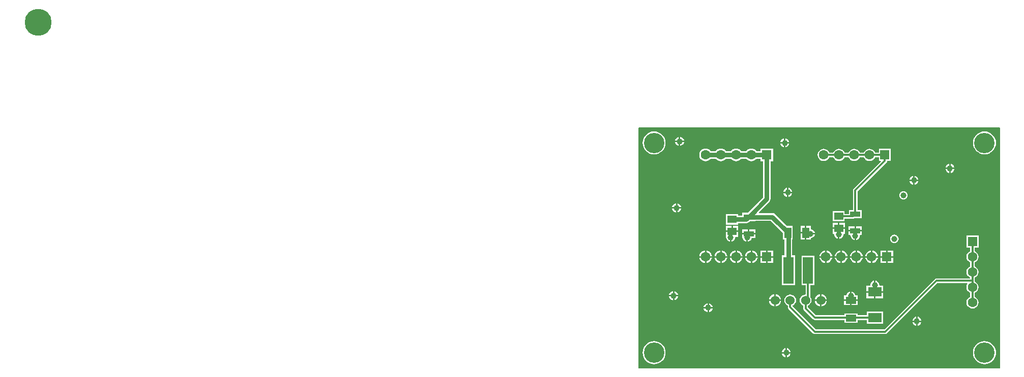
<source format=gtl>
G04 Layer_Physical_Order=1*
G04 Layer_Color=255*
%FSLAX25Y25*%
%MOIN*%
G70*
G01*
G75*
%ADD10R,0.07087X0.04528*%
%ADD11R,0.04528X0.07087*%
%ADD12R,0.06693X0.03740*%
%ADD13R,0.06102X0.05118*%
%ADD14R,0.09055X0.06299*%
%ADD15R,0.06890X0.17716*%
%ADD16C,0.01400*%
%ADD17C,0.03000*%
%ADD18C,0.00500*%
%ADD19C,0.06299*%
%ADD20R,0.06299X0.06299*%
%ADD21C,0.13386*%
%ADD22C,0.17716*%
%ADD23R,0.06299X0.06299*%
%ADD24C,0.06000*%
%ADD25C,0.03937*%
G36*
X236221Y0D02*
X0D01*
Y157480D01*
X236221D01*
Y0D01*
D02*
G37*
%LPC*%
G36*
X136521Y72335D02*
X132902D01*
Y68715D01*
X133485Y68792D01*
X134494Y69210D01*
X135361Y69875D01*
X136026Y70742D01*
X136444Y71751D01*
X136521Y72335D01*
D02*
G37*
G36*
X126521D02*
X122901D01*
Y68715D01*
X123485Y68792D01*
X124494Y69210D01*
X125361Y69875D01*
X126026Y70742D01*
X126444Y71751D01*
X126521Y72335D01*
D02*
G37*
G36*
X166551D02*
X162901D01*
Y68685D01*
X166551D01*
Y72335D01*
D02*
G37*
G36*
X146521D02*
X142902D01*
Y68715D01*
X143485Y68792D01*
X144494Y69210D01*
X145361Y69875D01*
X146026Y70742D01*
X146444Y71751D01*
X146521Y72335D01*
D02*
G37*
G36*
X53161D02*
X49542D01*
X49619Y71751D01*
X50037Y70742D01*
X50702Y69875D01*
X51569Y69210D01*
X52578Y68792D01*
X53161Y68715D01*
Y72335D01*
D02*
G37*
G36*
X43161D02*
X39542D01*
X39619Y71751D01*
X40037Y70742D01*
X40702Y69875D01*
X41569Y69210D01*
X42578Y68792D01*
X43161Y68715D01*
Y72335D01*
D02*
G37*
G36*
X156521D02*
X152901D01*
Y68715D01*
X153485Y68792D01*
X154494Y69210D01*
X155361Y69875D01*
X156026Y70742D01*
X156444Y71751D01*
X156521Y72335D01*
D02*
G37*
G36*
X23138Y50172D02*
Y47744D01*
X25566D01*
X25530Y48019D01*
X25231Y48741D01*
X24755Y49361D01*
X24135Y49837D01*
X23413Y50136D01*
X23138Y50172D01*
D02*
G37*
G36*
X22138D02*
X21863Y50136D01*
X21141Y49837D01*
X20521Y49361D01*
X20045Y48741D01*
X19746Y48019D01*
X19710Y47744D01*
X22138D01*
Y50172D01*
D02*
G37*
G36*
X139279Y50015D02*
Y47087D01*
X138279D01*
Y50015D01*
X138005Y49979D01*
X137283Y49680D01*
X136662Y49204D01*
X136187Y48584D01*
X135887Y47861D01*
X135847Y47555D01*
X134236D01*
Y44791D01*
X143323D01*
Y47555D01*
X141712D01*
X141672Y47861D01*
X141373Y48584D01*
X140897Y49204D01*
X140277Y49680D01*
X139555Y49979D01*
X139279Y50015D01*
D02*
G37*
G36*
X155028Y57062D02*
Y54134D01*
X154028D01*
Y57062D01*
X153753Y57026D01*
X153031Y56727D01*
X152410Y56251D01*
X151935Y55631D01*
X151636Y54909D01*
X151533Y54134D01*
X151375Y53953D01*
X149000D01*
Y50303D01*
X154528D01*
X160055D01*
Y53953D01*
X157680D01*
X157522Y54134D01*
X157420Y54909D01*
X157121Y55631D01*
X156645Y56251D01*
X156025Y56727D01*
X155303Y57026D01*
X155028Y57062D01*
D02*
G37*
G36*
X161901Y72335D02*
X158252D01*
Y68685D01*
X161901D01*
Y72335D01*
D02*
G37*
G36*
X87811D02*
X84161D01*
Y68685D01*
X87811D01*
Y72335D01*
D02*
G37*
G36*
X83161D02*
X79512D01*
Y68685D01*
X83161D01*
Y72335D01*
D02*
G37*
G36*
X63161D02*
X59542D01*
X59619Y71751D01*
X60037Y70742D01*
X60702Y69875D01*
X61569Y69210D01*
X62578Y68792D01*
X63161Y68715D01*
Y72335D01*
D02*
G37*
G36*
X83161Y76984D02*
X79512D01*
Y73335D01*
X83161D01*
Y76984D01*
D02*
G37*
G36*
X151901Y72335D02*
X148282D01*
X148359Y71751D01*
X148777Y70742D01*
X149442Y69875D01*
X150309Y69210D01*
X151318Y68792D01*
X151901Y68715D01*
Y72335D01*
D02*
G37*
G36*
X141902D02*
X138282D01*
X138359Y71751D01*
X138777Y70742D01*
X139442Y69875D01*
X140309Y69210D01*
X141318Y68792D01*
X141902Y68715D01*
Y72335D01*
D02*
G37*
G36*
X161901Y76984D02*
X158252D01*
Y73335D01*
X161901D01*
Y76984D01*
D02*
G37*
G36*
X43161Y76954D02*
X42578Y76877D01*
X41569Y76459D01*
X40702Y75794D01*
X40037Y74927D01*
X39619Y73918D01*
X39542Y73335D01*
X43161D01*
Y76954D01*
D02*
G37*
G36*
X63161D02*
X62578Y76877D01*
X61569Y76459D01*
X60702Y75794D01*
X60037Y74927D01*
X59619Y73918D01*
X59542Y73335D01*
X63161D01*
Y76954D01*
D02*
G37*
G36*
X53161D02*
X52578Y76877D01*
X51569Y76459D01*
X50702Y75794D01*
X50037Y74927D01*
X49619Y73918D01*
X49542Y73335D01*
X53161D01*
Y76954D01*
D02*
G37*
G36*
X57781Y72335D02*
X54161D01*
Y68715D01*
X54745Y68792D01*
X55754Y69210D01*
X56621Y69875D01*
X57286Y70742D01*
X57704Y71751D01*
X57781Y72335D01*
D02*
G37*
G36*
X47781D02*
X44161D01*
Y68715D01*
X44745Y68792D01*
X45754Y69210D01*
X46621Y69875D01*
X47286Y70742D01*
X47704Y71751D01*
X47781Y72335D01*
D02*
G37*
G36*
X73161D02*
X69542D01*
X69619Y71751D01*
X70037Y70742D01*
X70702Y69875D01*
X71569Y69210D01*
X72578Y68792D01*
X73161Y68715D01*
Y72335D01*
D02*
G37*
G36*
X67781D02*
X64161D01*
Y68715D01*
X64745Y68792D01*
X65754Y69210D01*
X66621Y69875D01*
X67286Y70742D01*
X67704Y71751D01*
X67781Y72335D01*
D02*
G37*
G36*
X131902D02*
X128282D01*
X128359Y71751D01*
X128777Y70742D01*
X129442Y69875D01*
X130309Y69210D01*
X131318Y68792D01*
X131902Y68715D01*
Y72335D01*
D02*
G37*
G36*
X121902D02*
X118282D01*
X118359Y71751D01*
X118777Y70742D01*
X119442Y69875D01*
X120309Y69210D01*
X121318Y68792D01*
X121902Y68715D01*
Y72335D01*
D02*
G37*
G36*
X77781D02*
X74161D01*
Y68715D01*
X74745Y68792D01*
X75754Y69210D01*
X76621Y69875D01*
X77286Y70742D01*
X77704Y71751D01*
X77781Y72335D01*
D02*
G37*
G36*
X160055Y49303D02*
X155028D01*
Y45654D01*
X160055D01*
Y49303D01*
D02*
G37*
G36*
X181587Y33440D02*
X181312Y33404D01*
X180590Y33105D01*
X179970Y32629D01*
X179494Y32009D01*
X179194Y31287D01*
X179158Y31012D01*
X181587D01*
Y33440D01*
D02*
G37*
G36*
X114973Y73635D02*
X106483D01*
Y54318D01*
X109199D01*
Y48216D01*
X109095Y48124D01*
X108103Y47993D01*
X107178Y47611D01*
X106384Y47001D01*
X105775Y46208D01*
X105392Y45283D01*
X105262Y44291D01*
X105392Y43299D01*
X105775Y42375D01*
X106384Y41581D01*
X107178Y40972D01*
X107565Y40812D01*
Y38937D01*
X107682Y38352D01*
X108013Y37856D01*
X114076Y31793D01*
X114572Y31461D01*
X115157Y31345D01*
X134436D01*
Y29416D01*
X143123D01*
Y31345D01*
X149200D01*
Y28924D01*
X159855D01*
Y36824D01*
X149200D01*
Y34403D01*
X143123D01*
Y35544D01*
X134436D01*
Y34403D01*
X115791D01*
X110624Y39571D01*
Y40812D01*
X111011Y40972D01*
X111805Y41581D01*
X112414Y42375D01*
X112797Y43299D01*
X112927Y44291D01*
X112797Y45283D01*
X112414Y46208D01*
X112258Y46411D01*
Y54318D01*
X114973D01*
Y73635D01*
D02*
G37*
G36*
X185015Y30012D02*
X182587D01*
Y27584D01*
X182862Y27620D01*
X183584Y27919D01*
X184204Y28395D01*
X184680Y29015D01*
X184979Y29737D01*
X185015Y30012D01*
D02*
G37*
G36*
X182587Y33440D02*
Y31012D01*
X185015D01*
X184979Y31287D01*
X184680Y32009D01*
X184204Y32629D01*
X183584Y33105D01*
X182862Y33404D01*
X182587Y33440D01*
D02*
G37*
G36*
X222453Y86784D02*
X214554D01*
Y78885D01*
X216974D01*
Y76476D01*
X216512Y76285D01*
X215687Y75652D01*
X215054Y74827D01*
X214656Y73866D01*
X214520Y72835D01*
X214656Y71804D01*
X215054Y70843D01*
X215687Y70018D01*
X216512Y69385D01*
X216974Y69193D01*
Y66476D01*
X216512Y66285D01*
X215687Y65652D01*
X215054Y64827D01*
X214656Y63866D01*
X214520Y62835D01*
X214656Y61804D01*
X215054Y60843D01*
X215687Y60018D01*
X216512Y59385D01*
X216974Y59193D01*
Y58616D01*
X194882D01*
X194297Y58500D01*
X193800Y58168D01*
X192816Y57184D01*
X160784Y25151D01*
X115791D01*
X100624Y40319D01*
Y40812D01*
X101011Y40972D01*
X101805Y41581D01*
X102414Y42375D01*
X102797Y43299D01*
X102927Y44291D01*
X102797Y45283D01*
X102414Y46208D01*
X101805Y47001D01*
X101011Y47611D01*
X100086Y47993D01*
X99094Y48124D01*
X98102Y47993D01*
X97178Y47611D01*
X96384Y47001D01*
X95775Y46208D01*
X95392Y45283D01*
X95262Y44291D01*
X95392Y43299D01*
X95775Y42375D01*
X96384Y41581D01*
X97178Y40972D01*
X97565Y40812D01*
Y39685D01*
X97681Y39100D01*
X98013Y38604D01*
X114076Y22541D01*
X114572Y22209D01*
X115157Y22093D01*
X161417D01*
X162003Y22209D01*
X162499Y22541D01*
X194979Y55021D01*
X195515Y55557D01*
X215049D01*
X215271Y55109D01*
X215054Y54826D01*
X214656Y53866D01*
X214520Y52835D01*
X214656Y51804D01*
X215054Y50843D01*
X215687Y50018D01*
X216512Y49385D01*
X216974Y49193D01*
Y46476D01*
X216512Y46285D01*
X215687Y45652D01*
X215054Y44826D01*
X214656Y43866D01*
X214520Y42835D01*
X214656Y41804D01*
X215054Y40843D01*
X215687Y40018D01*
X216512Y39385D01*
X217473Y38987D01*
X218504Y38851D01*
X219535Y38987D01*
X220496Y39385D01*
X221321Y40018D01*
X221954Y40843D01*
X222352Y41804D01*
X222488Y42835D01*
X222352Y43866D01*
X221954Y44826D01*
X221321Y45652D01*
X220496Y46285D01*
X220033Y46476D01*
Y49193D01*
X220496Y49385D01*
X221321Y50018D01*
X221954Y50843D01*
X222352Y51804D01*
X222488Y52835D01*
X222352Y53866D01*
X221954Y54826D01*
X221321Y55651D01*
X220496Y56285D01*
X220033Y56476D01*
Y59193D01*
X220496Y59385D01*
X221321Y60018D01*
X221954Y60843D01*
X222352Y61804D01*
X222488Y62835D01*
X222352Y63866D01*
X221954Y64827D01*
X221321Y65652D01*
X220496Y66285D01*
X220033Y66476D01*
Y69193D01*
X220496Y69385D01*
X221321Y70018D01*
X221954Y70843D01*
X222352Y71804D01*
X222488Y72835D01*
X222352Y73866D01*
X221954Y74827D01*
X221321Y75652D01*
X220496Y76285D01*
X220033Y76476D01*
Y78885D01*
X222453D01*
Y86784D01*
D02*
G37*
G36*
X48204Y38870D02*
X45776D01*
Y36442D01*
X46051Y36478D01*
X46773Y36777D01*
X47393Y37253D01*
X47869Y37873D01*
X48168Y38595D01*
X48204Y38870D01*
D02*
G37*
G36*
X44776D02*
X42347D01*
X42384Y38595D01*
X42683Y37873D01*
X43158Y37253D01*
X43778Y36777D01*
X44501Y36478D01*
X44776Y36442D01*
Y38870D01*
D02*
G37*
G36*
X95957Y9342D02*
X93528D01*
X93565Y9068D01*
X93864Y8345D01*
X94340Y7725D01*
X94960Y7249D01*
X95682Y6950D01*
X95957Y6914D01*
Y9342D01*
D02*
G37*
G36*
X226378Y17372D02*
X224909Y17227D01*
X223497Y16799D01*
X222195Y16103D01*
X221054Y15166D01*
X220118Y14026D01*
X219422Y12724D01*
X218993Y11311D01*
X218849Y9843D01*
X218993Y8374D01*
X219422Y6961D01*
X220118Y5660D01*
X221054Y4519D01*
X222195Y3582D01*
X223497Y2887D01*
X224909Y2458D01*
X226378Y2313D01*
X227847Y2458D01*
X229259Y2887D01*
X230561Y3582D01*
X231702Y4519D01*
X232638Y5660D01*
X233334Y6961D01*
X233762Y8374D01*
X233907Y9843D01*
X233762Y11311D01*
X233334Y12724D01*
X232638Y14026D01*
X231702Y15166D01*
X230561Y16103D01*
X229259Y16799D01*
X227847Y17227D01*
X226378Y17372D01*
D02*
G37*
G36*
X9843D02*
X8374Y17227D01*
X6961Y16799D01*
X5660Y16103D01*
X4519Y15166D01*
X3582Y14026D01*
X2887Y12724D01*
X2458Y11311D01*
X2313Y9843D01*
X2458Y8374D01*
X2887Y6961D01*
X3582Y5660D01*
X4519Y4519D01*
X5660Y3582D01*
X6961Y2887D01*
X8374Y2458D01*
X9843Y2313D01*
X11311Y2458D01*
X12724Y2887D01*
X14026Y3582D01*
X15166Y4519D01*
X16103Y5660D01*
X16799Y6961D01*
X17227Y8374D01*
X17372Y9843D01*
X17227Y11311D01*
X16799Y12724D01*
X16103Y14026D01*
X15166Y15166D01*
X14026Y16103D01*
X12724Y16799D01*
X11311Y17227D01*
X9843Y17372D01*
D02*
G37*
G36*
X99385Y9342D02*
X96957D01*
Y6914D01*
X97232Y6950D01*
X97954Y7249D01*
X98574Y7725D01*
X99050Y8345D01*
X99349Y9068D01*
X99385Y9342D01*
D02*
G37*
G36*
X181587Y30012D02*
X179158D01*
X179194Y29737D01*
X179494Y29015D01*
X179970Y28395D01*
X180590Y27919D01*
X181312Y27620D01*
X181587Y27584D01*
Y30012D01*
D02*
G37*
G36*
X96957Y12771D02*
Y10343D01*
X99385D01*
X99349Y10617D01*
X99050Y11340D01*
X98574Y11960D01*
X97954Y12436D01*
X97232Y12735D01*
X96957Y12771D01*
D02*
G37*
G36*
X95957D02*
X95682Y12735D01*
X94960Y12436D01*
X94340Y11960D01*
X93864Y11340D01*
X93565Y10617D01*
X93528Y10343D01*
X95957D01*
Y12771D01*
D02*
G37*
G36*
X44776Y42298D02*
X44501Y42262D01*
X43778Y41963D01*
X43158Y41487D01*
X42683Y40867D01*
X42384Y40145D01*
X42347Y39870D01*
X44776D01*
Y42298D01*
D02*
G37*
G36*
X118595Y48260D02*
X118050Y48188D01*
X117077Y47785D01*
X116242Y47144D01*
X115601Y46309D01*
X115197Y45336D01*
X115126Y44791D01*
X118595D01*
Y48260D01*
D02*
G37*
G36*
X25566Y46744D02*
X23138D01*
Y44316D01*
X23413Y44352D01*
X24135Y44651D01*
X24755Y45127D01*
X25231Y45747D01*
X25530Y46469D01*
X25566Y46744D01*
D02*
G37*
G36*
X22138D02*
X19710D01*
X19746Y46469D01*
X20045Y45747D01*
X20521Y45127D01*
X21141Y44651D01*
X21863Y44352D01*
X22138Y44316D01*
Y46744D01*
D02*
G37*
G36*
X88595Y48260D02*
X88050Y48188D01*
X87077Y47785D01*
X86242Y47144D01*
X85601Y46309D01*
X85197Y45336D01*
X85126Y44791D01*
X88595D01*
Y48260D01*
D02*
G37*
G36*
X154028Y49303D02*
X149000D01*
Y45654D01*
X154028D01*
Y49303D01*
D02*
G37*
G36*
X89595Y48260D02*
Y44791D01*
X93063D01*
X92992Y45336D01*
X92589Y46309D01*
X91947Y47144D01*
X91112Y47785D01*
X90139Y48188D01*
X89595Y48260D01*
D02*
G37*
G36*
X119595D02*
Y44791D01*
X123063D01*
X122992Y45336D01*
X122589Y46309D01*
X121947Y47144D01*
X121112Y47785D01*
X120139Y48188D01*
X119595Y48260D01*
D02*
G37*
G36*
X93063Y43791D02*
X89595D01*
Y40323D01*
X90139Y40394D01*
X91112Y40797D01*
X91947Y41438D01*
X92589Y42274D01*
X92992Y43247D01*
X93063Y43791D01*
D02*
G37*
G36*
X123063D02*
X119595D01*
Y40323D01*
X120139Y40394D01*
X121112Y40797D01*
X121947Y41438D01*
X122589Y42274D01*
X122992Y43247D01*
X123063Y43791D01*
D02*
G37*
G36*
X45776Y42298D02*
Y39870D01*
X48204D01*
X48168Y40145D01*
X47869Y40867D01*
X47393Y41487D01*
X46773Y41963D01*
X46051Y42262D01*
X45776Y42298D01*
D02*
G37*
G36*
X88595Y43791D02*
X85126D01*
X85197Y43247D01*
X85601Y42274D01*
X86242Y41438D01*
X87077Y40797D01*
X88050Y40394D01*
X88595Y40323D01*
Y43791D01*
D02*
G37*
G36*
X143323D02*
X139279D01*
Y41028D01*
X143323D01*
Y43791D01*
D02*
G37*
G36*
X138279D02*
X134236D01*
Y41028D01*
X138279D01*
Y43791D01*
D02*
G37*
G36*
X118595D02*
X115126D01*
X115197Y43247D01*
X115601Y42274D01*
X116242Y41438D01*
X117077Y40797D01*
X118050Y40394D01*
X118595Y40323D01*
Y43791D01*
D02*
G37*
G36*
X179618Y122531D02*
X177190D01*
X177226Y122257D01*
X177525Y121534D01*
X178001Y120914D01*
X178621Y120439D01*
X179343Y120139D01*
X179618Y120103D01*
Y122531D01*
D02*
G37*
G36*
X97941Y118086D02*
Y115657D01*
X100369D01*
X100333Y115932D01*
X100034Y116655D01*
X99558Y117275D01*
X98938Y117751D01*
X98216Y118050D01*
X97941Y118086D01*
D02*
G37*
G36*
X96941D02*
X96666Y118050D01*
X95944Y117751D01*
X95324Y117275D01*
X94848Y116655D01*
X94549Y115932D01*
X94513Y115657D01*
X96941D01*
Y118086D01*
D02*
G37*
G36*
X183046Y122531D02*
X180618D01*
Y120103D01*
X180893Y120139D01*
X181615Y120439D01*
X182235Y120914D01*
X182711Y121534D01*
X183010Y122257D01*
X183046Y122531D01*
D02*
G37*
G36*
X203240Y130405D02*
X200812D01*
X200848Y130131D01*
X201147Y129408D01*
X201623Y128788D01*
X202243Y128313D01*
X202965Y128013D01*
X203240Y127977D01*
Y130405D01*
D02*
G37*
G36*
X180618Y125960D02*
Y123531D01*
X183046D01*
X183010Y123806D01*
X182711Y124529D01*
X182235Y125149D01*
X181615Y125625D01*
X180893Y125924D01*
X180618Y125960D01*
D02*
G37*
G36*
X179618D02*
X179343Y125924D01*
X178621Y125625D01*
X178001Y125149D01*
X177525Y124529D01*
X177226Y123806D01*
X177190Y123531D01*
X179618D01*
Y125960D01*
D02*
G37*
G36*
X100369Y114657D02*
X97941D01*
Y112229D01*
X98216Y112265D01*
X98938Y112565D01*
X99558Y113040D01*
X100034Y113660D01*
X100333Y114383D01*
X100369Y114657D01*
D02*
G37*
G36*
X27535Y104421D02*
X25106D01*
Y101993D01*
X25381Y102029D01*
X26103Y102328D01*
X26724Y102804D01*
X27199Y103424D01*
X27498Y104146D01*
X27535Y104421D01*
D02*
G37*
G36*
X24106D02*
X21678D01*
X21714Y104146D01*
X22013Y103424D01*
X22489Y102804D01*
X23109Y102328D01*
X23831Y102029D01*
X24106Y101993D01*
Y104421D01*
D02*
G37*
G36*
X134957Y95095D02*
X131405D01*
Y92036D01*
X134957D01*
Y95095D01*
D02*
G37*
G36*
X24106Y107850D02*
X23831Y107813D01*
X23109Y107514D01*
X22489Y107038D01*
X22013Y106418D01*
X21714Y105696D01*
X21678Y105421D01*
X24106D01*
Y107850D01*
D02*
G37*
G36*
X96941Y114657D02*
X94513D01*
X94549Y114383D01*
X94848Y113660D01*
X95324Y113040D01*
X95944Y112565D01*
X96666Y112265D01*
X96941Y112229D01*
Y114657D01*
D02*
G37*
G36*
X173228Y115981D02*
X172506Y115886D01*
X171832Y115607D01*
X171254Y115164D01*
X170810Y114585D01*
X170531Y113912D01*
X170436Y113189D01*
X170531Y112466D01*
X170810Y111793D01*
X171254Y111214D01*
X171832Y110771D01*
X172506Y110492D01*
X173228Y110397D01*
X173951Y110492D01*
X174625Y110771D01*
X175203Y111214D01*
X175647Y111793D01*
X175926Y112466D01*
X176021Y113189D01*
X175926Y113912D01*
X175647Y114585D01*
X175203Y115164D01*
X174625Y115607D01*
X173951Y115886D01*
X173228Y115981D01*
D02*
G37*
G36*
X25106Y107850D02*
Y105421D01*
X27535D01*
X27498Y105696D01*
X27199Y106418D01*
X26724Y107038D01*
X26103Y107514D01*
X25381Y107813D01*
X25106Y107850D01*
D02*
G37*
G36*
X29503Y148122D02*
X27075D01*
Y145694D01*
X27350Y145730D01*
X28072Y146029D01*
X28692Y146505D01*
X29168Y147125D01*
X29467Y147847D01*
X29503Y148122D01*
D02*
G37*
G36*
X26075D02*
X23647D01*
X23683Y147847D01*
X23982Y147125D01*
X24458Y146505D01*
X25078Y146029D01*
X25800Y145730D01*
X26075Y145694D01*
Y148122D01*
D02*
G37*
G36*
X98401Y147138D02*
X95972D01*
Y144710D01*
X96247Y144746D01*
X96969Y145045D01*
X97590Y145521D01*
X98065Y146141D01*
X98365Y146863D01*
X98401Y147138D01*
D02*
G37*
G36*
X94972Y150566D02*
X94697Y150530D01*
X93975Y150231D01*
X93355Y149755D01*
X92879Y149135D01*
X92580Y148413D01*
X92544Y148138D01*
X94972D01*
Y150566D01*
D02*
G37*
G36*
X27075Y151550D02*
Y149122D01*
X29503D01*
X29467Y149397D01*
X29168Y150119D01*
X28692Y150739D01*
X28072Y151215D01*
X27350Y151514D01*
X27075Y151550D01*
D02*
G37*
G36*
X26075D02*
X25800Y151514D01*
X25078Y151215D01*
X24458Y150739D01*
X23982Y150119D01*
X23683Y149397D01*
X23647Y149122D01*
X26075D01*
Y151550D01*
D02*
G37*
G36*
X95972Y150566D02*
Y148138D01*
X98401D01*
X98365Y148413D01*
X98065Y149135D01*
X97590Y149755D01*
X96969Y150231D01*
X96247Y150530D01*
X95972Y150566D01*
D02*
G37*
G36*
X94972Y147138D02*
X92544D01*
X92580Y146863D01*
X92879Y146141D01*
X93355Y145521D01*
X93975Y145045D01*
X94697Y144746D01*
X94972Y144710D01*
Y147138D01*
D02*
G37*
G36*
X204240Y133834D02*
Y131405D01*
X206668D01*
X206632Y131680D01*
X206333Y132403D01*
X205857Y133023D01*
X205237Y133499D01*
X204515Y133798D01*
X204240Y133834D01*
D02*
G37*
G36*
X203240D02*
X202965Y133798D01*
X202243Y133499D01*
X201623Y133023D01*
X201147Y132403D01*
X200848Y131680D01*
X200812Y131405D01*
X203240D01*
Y133834D01*
D02*
G37*
G36*
X206668Y130405D02*
X204240D01*
Y127977D01*
X204515Y128013D01*
X205237Y128313D01*
X205857Y128788D01*
X206333Y129408D01*
X206632Y130131D01*
X206668Y130405D01*
D02*
G37*
G36*
X9843Y155167D02*
X8374Y155022D01*
X6961Y154594D01*
X5660Y153898D01*
X4519Y152962D01*
X3582Y151821D01*
X2887Y150519D01*
X2458Y149107D01*
X2313Y147638D01*
X2458Y146169D01*
X2887Y144756D01*
X3582Y143455D01*
X4519Y142314D01*
X5660Y141377D01*
X6961Y140682D01*
X8374Y140253D01*
X9843Y140109D01*
X11311Y140253D01*
X12724Y140682D01*
X14026Y141377D01*
X15166Y142314D01*
X16103Y143455D01*
X16799Y144756D01*
X17227Y146169D01*
X17372Y147638D01*
X17227Y149107D01*
X16799Y150519D01*
X16103Y151821D01*
X15166Y152962D01*
X14026Y153898D01*
X12724Y154594D01*
X11311Y155022D01*
X9843Y155167D01*
D02*
G37*
G36*
X73661Y143949D02*
X72578Y143807D01*
X71569Y143388D01*
X70702Y142723D01*
X70387Y142313D01*
X66936D01*
X66621Y142723D01*
X65754Y143388D01*
X64745Y143807D01*
X63661Y143949D01*
X62578Y143807D01*
X61569Y143388D01*
X60702Y142723D01*
X60387Y142313D01*
X56936D01*
X56621Y142723D01*
X55754Y143388D01*
X54745Y143807D01*
X53661Y143949D01*
X52578Y143807D01*
X51569Y143388D01*
X50702Y142723D01*
X50387Y142313D01*
X46936D01*
X46621Y142723D01*
X45754Y143388D01*
X44745Y143807D01*
X43661Y143949D01*
X42578Y143807D01*
X41569Y143388D01*
X40702Y142723D01*
X40037Y141857D01*
X39619Y140847D01*
X39476Y139764D01*
X39619Y138681D01*
X40037Y137671D01*
X40702Y136804D01*
X41569Y136139D01*
X42578Y135721D01*
X43661Y135578D01*
X44745Y135721D01*
X45754Y136139D01*
X46621Y136804D01*
X46936Y137215D01*
X50387D01*
X50702Y136804D01*
X51569Y136139D01*
X52578Y135721D01*
X53661Y135578D01*
X54745Y135721D01*
X55754Y136139D01*
X56621Y136804D01*
X56936Y137215D01*
X60387D01*
X60702Y136804D01*
X61569Y136139D01*
X62578Y135721D01*
X63661Y135578D01*
X64745Y135721D01*
X65754Y136139D01*
X66621Y136804D01*
X66936Y137215D01*
X70387D01*
X70702Y136804D01*
X71569Y136139D01*
X72578Y135721D01*
X73661Y135578D01*
X74745Y135721D01*
X75754Y136139D01*
X76621Y136804D01*
X76936Y137215D01*
X79512D01*
Y135614D01*
X81112D01*
Y111883D01*
X71116Y101886D01*
X67504D01*
Y99990D01*
X65075D01*
Y101000D01*
X56972D01*
Y93882D01*
X65075D01*
Y94892D01*
X70276D01*
X71251Y95086D01*
X72078Y95639D01*
X72585Y96146D01*
X76197D01*
Y96467D01*
X86346D01*
X94177Y88635D01*
Y84039D01*
X95286D01*
Y73835D01*
X93488D01*
Y54118D01*
X102378D01*
Y73835D01*
X100384D01*
Y84039D01*
X100705D01*
Y93126D01*
X96896D01*
X89204Y100818D01*
X88377Y101371D01*
X87402Y101565D01*
X78658D01*
X78466Y102027D01*
X85464Y109024D01*
X86016Y109851D01*
X86210Y110827D01*
Y135614D01*
X87811D01*
Y143913D01*
X79512D01*
Y142313D01*
X76936D01*
X76621Y142723D01*
X75754Y143388D01*
X74745Y143807D01*
X73661Y143949D01*
D02*
G37*
G36*
X151063Y143747D02*
X150032Y143612D01*
X149071Y143214D01*
X148246Y142581D01*
X147613Y141756D01*
X147422Y141293D01*
X144704D01*
X144513Y141756D01*
X143880Y142581D01*
X143055Y143214D01*
X142094Y143612D01*
X141063Y143747D01*
X140032Y143612D01*
X139071Y143214D01*
X138246Y142581D01*
X137613Y141756D01*
X137422Y141293D01*
X134704D01*
X134513Y141756D01*
X133880Y142581D01*
X133055Y143214D01*
X132094Y143612D01*
X131063Y143747D01*
X130032Y143612D01*
X129071Y143214D01*
X128246Y142581D01*
X127613Y141756D01*
X127421Y141293D01*
X124705D01*
X124513Y141756D01*
X123880Y142581D01*
X123055Y143214D01*
X122094Y143612D01*
X121063Y143747D01*
X120032Y143612D01*
X119071Y143214D01*
X118246Y142581D01*
X117613Y141756D01*
X117215Y140795D01*
X117079Y139764D01*
X117215Y138733D01*
X117613Y137772D01*
X118246Y136947D01*
X119071Y136314D01*
X120032Y135916D01*
X121063Y135780D01*
X122094Y135916D01*
X123055Y136314D01*
X123880Y136947D01*
X124513Y137772D01*
X124705Y138234D01*
X127421D01*
X127613Y137772D01*
X128246Y136947D01*
X129071Y136314D01*
X130032Y135916D01*
X131063Y135780D01*
X132094Y135916D01*
X133055Y136314D01*
X133880Y136947D01*
X134513Y137772D01*
X134704Y138234D01*
X137422D01*
X137613Y137772D01*
X138246Y136947D01*
X139071Y136314D01*
X140032Y135916D01*
X141063Y135780D01*
X142094Y135916D01*
X143055Y136314D01*
X143880Y136947D01*
X144513Y137772D01*
X144704Y138234D01*
X147422D01*
X147613Y137772D01*
X148246Y136947D01*
X149071Y136314D01*
X150032Y135916D01*
X151063Y135780D01*
X152094Y135916D01*
X153055Y136314D01*
X153880Y136947D01*
X154513Y137772D01*
X154704Y138234D01*
X157113D01*
Y135814D01*
X158274D01*
X158465Y135352D01*
X140651Y117538D01*
X140319Y117042D01*
X140203Y116457D01*
Y103654D01*
X137586D01*
Y100939D01*
X134757D01*
Y102769D01*
X127054D01*
Y96050D01*
X134757D01*
Y97880D01*
X140157D01*
X140743Y97996D01*
X141218Y98314D01*
X145879D01*
Y103654D01*
X143262D01*
Y115823D01*
X162144Y134706D01*
X162476Y135202D01*
X162592Y135787D01*
Y135814D01*
X165013D01*
Y143713D01*
X157113D01*
Y141293D01*
X154704D01*
X154513Y141756D01*
X153880Y142581D01*
X153055Y143214D01*
X152094Y143612D01*
X151063Y143747D01*
D02*
G37*
G36*
X226378Y155167D02*
X224909Y155022D01*
X223497Y154594D01*
X222195Y153898D01*
X221054Y152962D01*
X220118Y151821D01*
X219422Y150519D01*
X218993Y149107D01*
X218849Y147638D01*
X218993Y146169D01*
X219422Y144756D01*
X220118Y143455D01*
X221054Y142314D01*
X222195Y141377D01*
X223497Y140682D01*
X224909Y140253D01*
X226378Y140109D01*
X227847Y140253D01*
X229259Y140682D01*
X230561Y141377D01*
X231702Y142314D01*
X232638Y143455D01*
X233334Y144756D01*
X233762Y146169D01*
X233907Y147638D01*
X233762Y149107D01*
X233334Y150519D01*
X232638Y151821D01*
X231702Y152962D01*
X230561Y153898D01*
X229259Y154594D01*
X227847Y155022D01*
X226378Y155167D01*
D02*
G37*
G36*
X64161Y76954D02*
Y73335D01*
X67781D01*
X67704Y73918D01*
X67286Y74927D01*
X66621Y75794D01*
X65754Y76459D01*
X64745Y76877D01*
X64161Y76954D01*
D02*
G37*
G36*
X132902D02*
Y73335D01*
X136521D01*
X136444Y73918D01*
X136026Y74927D01*
X135361Y75794D01*
X134494Y76459D01*
X133485Y76877D01*
X132902Y76954D01*
D02*
G37*
G36*
X142902D02*
Y73335D01*
X146521D01*
X146444Y73918D01*
X146026Y74927D01*
X145361Y75794D01*
X144494Y76459D01*
X143485Y76877D01*
X142902Y76954D01*
D02*
G37*
G36*
X54161D02*
Y73335D01*
X57781D01*
X57704Y73918D01*
X57286Y74927D01*
X56621Y75794D01*
X55754Y76459D01*
X54745Y76877D01*
X54161Y76954D01*
D02*
G37*
G36*
X87811Y76984D02*
X84161D01*
Y73335D01*
X87811D01*
Y76984D01*
D02*
G37*
G36*
X44161Y76954D02*
Y73335D01*
X47781D01*
X47704Y73918D01*
X47286Y74927D01*
X46621Y75794D01*
X45754Y76459D01*
X44745Y76877D01*
X44161Y76954D01*
D02*
G37*
G36*
X74161D02*
Y73335D01*
X77781D01*
X77704Y73918D01*
X77286Y74927D01*
X76621Y75794D01*
X75754Y76459D01*
X74745Y76877D01*
X74161Y76954D01*
D02*
G37*
G36*
X152901D02*
Y73335D01*
X156521D01*
X156444Y73918D01*
X156026Y74927D01*
X155361Y75794D01*
X154494Y76459D01*
X153485Y76877D01*
X152901Y76954D01*
D02*
G37*
G36*
X151901Y76954D02*
X151318Y76877D01*
X150309Y76459D01*
X149442Y75794D01*
X148777Y74927D01*
X148359Y73918D01*
X148282Y73335D01*
X151901D01*
Y76954D01*
D02*
G37*
G36*
X121902D02*
X121318Y76877D01*
X120309Y76459D01*
X119442Y75794D01*
X118777Y74927D01*
X118359Y73918D01*
X118282Y73335D01*
X121902D01*
Y76954D01*
D02*
G37*
G36*
X73161Y76954D02*
X72578Y76877D01*
X71569Y76459D01*
X70702Y75794D01*
X70037Y74927D01*
X69619Y73918D01*
X69542Y73335D01*
X73161D01*
Y76954D01*
D02*
G37*
G36*
X141902Y76954D02*
X141318Y76877D01*
X140309Y76459D01*
X139442Y75794D01*
X138777Y74927D01*
X138359Y73918D01*
X138282Y73335D01*
X141902D01*
Y76954D01*
D02*
G37*
G36*
X122901Y76954D02*
Y73335D01*
X126521D01*
X126444Y73918D01*
X126026Y74927D01*
X125361Y75794D01*
X124494Y76459D01*
X123485Y76877D01*
X122901Y76954D01*
D02*
G37*
G36*
X166551Y76984D02*
X162901D01*
Y73335D01*
X166551D01*
Y76984D01*
D02*
G37*
G36*
X131902Y76954D02*
X131318Y76877D01*
X130309Y76459D01*
X129442Y75794D01*
X128777Y74927D01*
X128359Y73918D01*
X128282Y73335D01*
X131902D01*
Y76954D01*
D02*
G37*
G36*
X60524Y93126D02*
X56972D01*
Y90067D01*
X60524D01*
Y93126D01*
D02*
G37*
G36*
X108752D02*
X105988D01*
Y89083D01*
X108752D01*
Y93126D01*
D02*
G37*
G36*
X76197Y90862D02*
X72350D01*
Y88492D01*
X76197D01*
Y90862D01*
D02*
G37*
G36*
X65075Y93126D02*
X61524D01*
Y90067D01*
X65075D01*
Y93126D01*
D02*
G37*
G36*
X130405Y95095D02*
X126854D01*
Y92036D01*
X130405D01*
Y95095D01*
D02*
G37*
G36*
X146079Y92831D02*
X142232D01*
Y90461D01*
X146079D01*
Y92831D01*
D02*
G37*
G36*
X141232D02*
X137386D01*
Y90461D01*
X141232D01*
Y92831D01*
D02*
G37*
G36*
X71350Y90862D02*
X67504D01*
Y88492D01*
X71350D01*
Y90862D01*
D02*
G37*
G36*
X76197Y87492D02*
X71850D01*
X67504D01*
Y85122D01*
X67939D01*
X67974Y84855D01*
X68273Y84133D01*
X68749Y83513D01*
X69369Y83037D01*
X70091Y82738D01*
X70366Y82702D01*
Y85630D01*
X71366D01*
Y82702D01*
X71641Y82738D01*
X72363Y83037D01*
X72983Y83513D01*
X73459Y84133D01*
X73758Y84855D01*
X73793Y85122D01*
X76197D01*
Y87492D01*
D02*
G37*
G36*
X65075Y89067D02*
X61024D01*
X56972D01*
Y86479D01*
X56972Y86008D01*
X56972D01*
X57015Y85776D01*
X57057Y85543D01*
X57147Y84855D01*
X57446Y84133D01*
X57922Y83513D01*
X58542Y83037D01*
X59264Y82738D01*
X59539Y82702D01*
Y85630D01*
X60539D01*
Y82702D01*
X60814Y82738D01*
X61536Y83037D01*
X62156Y83513D01*
X62632Y84133D01*
X62932Y84855D01*
X63033Y85630D01*
X63033Y85632D01*
X63363Y86008D01*
X65075D01*
Y89067D01*
D02*
G37*
G36*
X167323Y87438D02*
X166600Y87343D01*
X165927Y87064D01*
X165348Y86620D01*
X164904Y86042D01*
X164626Y85368D01*
X164530Y84646D01*
X164626Y83923D01*
X164904Y83249D01*
X165348Y82671D01*
X165927Y82227D01*
X166600Y81948D01*
X167323Y81853D01*
X168046Y81948D01*
X168719Y82227D01*
X169297Y82671D01*
X169741Y83249D01*
X170020Y83923D01*
X170115Y84646D01*
X170020Y85368D01*
X169741Y86042D01*
X169297Y86620D01*
X168719Y87064D01*
X168046Y87343D01*
X167323Y87438D01*
D02*
G37*
G36*
X146079Y89461D02*
X141732D01*
X137386D01*
Y87090D01*
X138422D01*
X138751Y86715D01*
X138738Y86614D01*
X138840Y85839D01*
X139139Y85117D01*
X139615Y84497D01*
X140235Y84021D01*
X140957Y83722D01*
X141232Y83686D01*
Y86614D01*
X142232D01*
Y83686D01*
X142507Y83722D01*
X143229Y84021D01*
X143849Y84497D01*
X144325Y85117D01*
X144624Y85839D01*
X144726Y86614D01*
X144713Y86715D01*
X145043Y87090D01*
X146079D01*
Y89461D01*
D02*
G37*
G36*
X134957Y91035D02*
X130905D01*
X126854D01*
Y87976D01*
X127582D01*
X127912Y87600D01*
X127911Y87598D01*
X128013Y86823D01*
X128313Y86101D01*
X128788Y85481D01*
X129408Y85005D01*
X130131Y84706D01*
X130405Y84670D01*
Y87598D01*
X131405D01*
Y84670D01*
X131680Y84706D01*
X132403Y85005D01*
X133023Y85481D01*
X133499Y86101D01*
X133798Y86823D01*
X133900Y87598D01*
X133899Y87600D01*
X134229Y87976D01*
X134957D01*
Y91035D01*
D02*
G37*
G36*
X112516Y93126D02*
X109752D01*
Y88583D01*
Y84039D01*
X112516D01*
Y85039D01*
X112980Y85100D01*
X113702Y85399D01*
X114322Y85875D01*
X114798Y86495D01*
X115097Y87217D01*
X115133Y87492D01*
X112205D01*
Y88492D01*
X115133D01*
X115097Y88767D01*
X114798Y89489D01*
X114322Y90109D01*
X113702Y90585D01*
X112980Y90884D01*
X112516Y90945D01*
Y93126D01*
D02*
G37*
G36*
X108752Y88083D02*
X105988D01*
Y84039D01*
X108752D01*
Y88083D01*
D02*
G37*
%LPD*%
D10*
X138779Y44291D02*
D03*
Y32480D02*
D03*
D11*
X109252Y88583D02*
D03*
X97441D02*
D03*
D12*
X71850Y99016D02*
D03*
Y87992D02*
D03*
X141732Y100984D02*
D03*
Y89961D02*
D03*
D13*
X61024Y89567D02*
D03*
Y97441D02*
D03*
X130905Y91535D02*
D03*
Y99410D02*
D03*
D14*
X154528Y49803D02*
D03*
Y32874D02*
D03*
D15*
X110728Y63976D02*
D03*
X97933D02*
D03*
D16*
X218504Y72835D02*
Y82835D01*
Y62835D02*
Y72835D01*
Y57087D02*
Y62835D01*
Y52835D02*
Y57087D01*
Y42835D02*
Y52835D01*
X121063Y139764D02*
X131063D01*
X151063D02*
X161063D01*
X141063D02*
X151063D01*
X131063D02*
X141063D01*
X161063Y135787D02*
Y139764D01*
X141732Y116457D02*
X161063Y135787D01*
X194882Y57087D02*
X218504D01*
X193898Y56102D02*
X194882Y57087D01*
X161417Y23622D02*
X193898Y56102D01*
X115157Y23622D02*
X161417D01*
X110728Y45925D02*
Y63976D01*
X109095Y44291D02*
X110728Y45925D01*
X109095Y38937D02*
Y44291D01*
Y38937D02*
X115157Y32874D01*
X130905Y99410D02*
X140157D01*
X141732Y100984D01*
Y116457D01*
X99094Y39685D02*
Y44291D01*
Y39685D02*
X115157Y23622D01*
Y32874D02*
X154528D01*
D17*
X73661Y139764D02*
X83661D01*
X63661D02*
X73661D01*
X53661D02*
X63661D01*
X43661D02*
X53661D01*
X61024Y97441D02*
X70276D01*
X71850Y99016D01*
X83661Y110827D01*
Y139764D01*
X71850Y99016D02*
X87402D01*
X97835Y64075D02*
X97933Y63976D01*
X97835Y64075D02*
Y88583D01*
X87402Y99016D02*
X97835Y88583D01*
D18*
X0Y157480D02*
X236221D01*
Y0D02*
Y157480D01*
X0Y0D02*
X236221D01*
X0D02*
Y157480D01*
D19*
X218504Y52835D02*
D03*
Y72835D02*
D03*
Y62835D02*
D03*
Y42835D02*
D03*
X43661Y72835D02*
D03*
X63661D02*
D03*
X73661D02*
D03*
X53661D02*
D03*
X122402D02*
D03*
X142402D02*
D03*
X152402D02*
D03*
X132402D02*
D03*
X43661Y139764D02*
D03*
X63661D02*
D03*
X73661D02*
D03*
X53661D02*
D03*
X121063D02*
D03*
X141063D02*
D03*
X151063D02*
D03*
X131063D02*
D03*
D20*
X218504Y82835D02*
D03*
D21*
X226378Y147638D02*
D03*
X9843D02*
D03*
Y9843D02*
D03*
X226378D02*
D03*
D22*
X-393898Y226772D02*
D03*
D23*
X83661Y72835D02*
D03*
X162402D02*
D03*
X83661Y139764D02*
D03*
X161063D02*
D03*
D24*
X119095Y44291D02*
D03*
X109095D02*
D03*
X99094D02*
D03*
X89095D02*
D03*
D25*
X26575Y148622D02*
D03*
X24606Y104921D02*
D03*
X96457Y9843D02*
D03*
X138779Y47087D02*
D03*
X154528Y54134D02*
D03*
X130905Y87598D02*
D03*
X141732Y86614D02*
D03*
X112205Y87992D02*
D03*
X70866Y85630D02*
D03*
X60039D02*
D03*
X167323Y84646D02*
D03*
X173228Y113189D02*
D03*
X45276Y39370D02*
D03*
X182087Y30512D02*
D03*
X203740Y130905D02*
D03*
X180118Y123031D02*
D03*
X97441Y115157D02*
D03*
X95472Y147638D02*
D03*
X22638Y47244D02*
D03*
M02*

</source>
